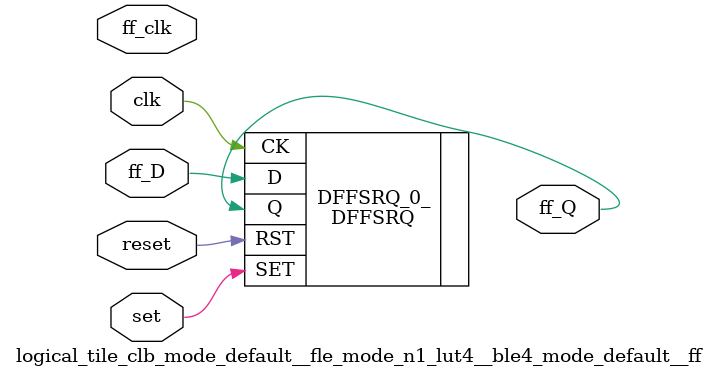
<source format=v>

`default_nettype none

// ----- Verilog module for logical_tile_clb_mode_default__fle_mode_n1_lut4__ble4_mode_default__ff -----
module logical_tile_clb_mode_default__fle_mode_n1_lut4__ble4_mode_default__ff(set,
                                                                              reset,
                                                                              clk,
                                                                              ff_D,
                                                                              ff_Q,
                                                                              ff_clk);
//----- GLOBAL PORTS -----
input [0:0] set;
//----- GLOBAL PORTS -----
input [0:0] reset;
//----- GLOBAL PORTS -----
input [0:0] clk;
//----- INPUT PORTS -----
input [0:0] ff_D;
//----- OUTPUT PORTS -----
output [0:0] ff_Q;
//----- CLOCK PORTS -----
input [0:0] ff_clk;

//----- BEGIN wire-connection ports -----
wire [0:0] ff_D;
wire [0:0] ff_Q;
wire [0:0] ff_clk;
//----- END wire-connection ports -----


//----- BEGIN Registered ports -----
//----- END Registered ports -----



// ----- BEGIN Local short connections -----
// ----- END Local short connections -----
// ----- BEGIN Local output short connections -----
// ----- END Local output short connections -----

	DFFSRQ DFFSRQ_0_ (
		.SET(set),
		.RST(reset),
		.CK(clk),
		.D(ff_D),
		.Q(ff_Q));

endmodule
// ----- END Verilog module for logical_tile_clb_mode_default__fle_mode_n1_lut4__ble4_mode_default__ff -----

//----- Default net type -----
`default_nettype wire




</source>
